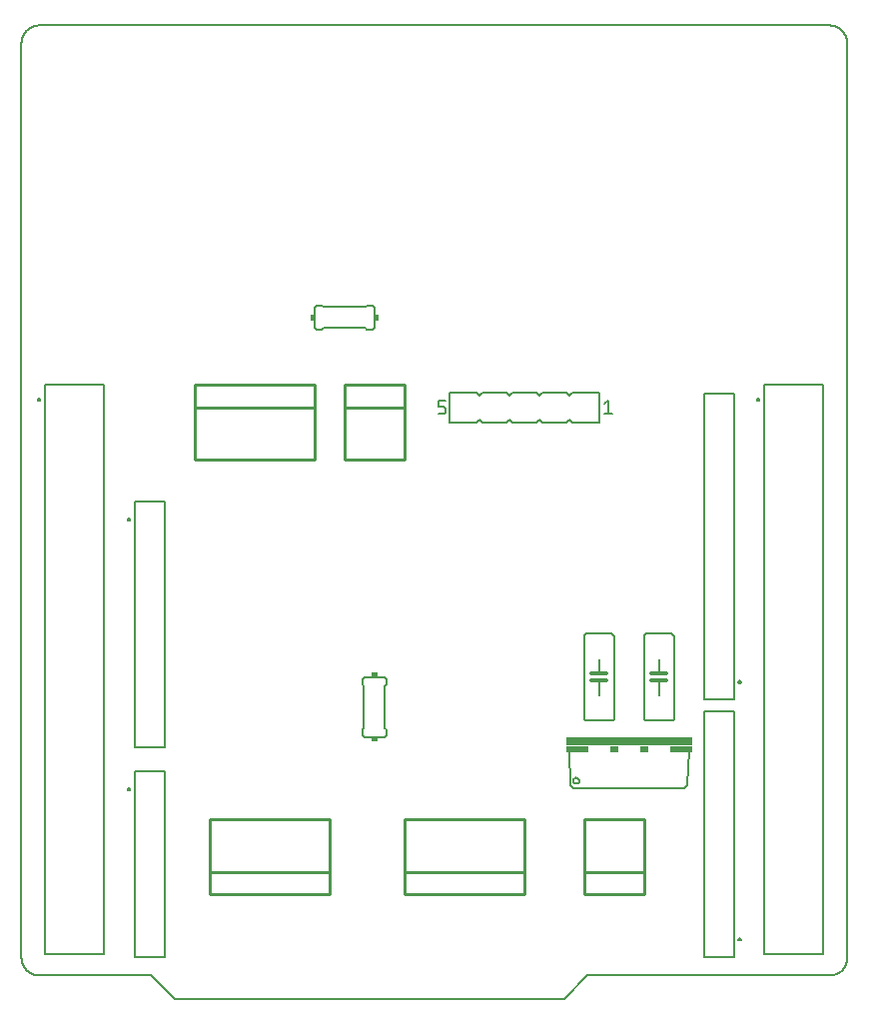
<source format=gto>
G75*
%MOIN*%
%OFA0B0*%
%FSLAX25Y25*%
%IPPOS*%
%LPD*%
%AMOC8*
5,1,8,0,0,1.08239X$1,22.5*
%
%ADD10C,0.00500*%
%ADD11C,0.00787*%
%ADD12C,0.01000*%
%ADD13C,0.00600*%
%ADD14R,0.42000X0.03000*%
%ADD15R,0.07500X0.02000*%
%ADD16R,0.03000X0.02000*%
%ADD17C,0.01200*%
%ADD18R,0.01500X0.02000*%
%ADD19R,0.02000X0.01500*%
D10*
X0019110Y0016472D02*
X0056512Y0016472D01*
X0064386Y0008598D01*
X0194307Y0008598D01*
X0202181Y0016472D01*
X0282890Y0016472D01*
X0283042Y0016474D01*
X0283194Y0016480D01*
X0283346Y0016490D01*
X0283497Y0016503D01*
X0283648Y0016521D01*
X0283799Y0016542D01*
X0283949Y0016568D01*
X0284098Y0016597D01*
X0284247Y0016630D01*
X0284394Y0016667D01*
X0284541Y0016707D01*
X0284686Y0016752D01*
X0284830Y0016800D01*
X0284973Y0016852D01*
X0285115Y0016907D01*
X0285255Y0016966D01*
X0285394Y0017029D01*
X0285531Y0017095D01*
X0285666Y0017165D01*
X0285799Y0017238D01*
X0285930Y0017315D01*
X0286060Y0017395D01*
X0286187Y0017478D01*
X0286312Y0017564D01*
X0286435Y0017654D01*
X0286555Y0017747D01*
X0286673Y0017843D01*
X0286789Y0017942D01*
X0286902Y0018044D01*
X0287012Y0018148D01*
X0287120Y0018256D01*
X0287224Y0018366D01*
X0287326Y0018479D01*
X0287425Y0018595D01*
X0287521Y0018713D01*
X0287614Y0018833D01*
X0287704Y0018956D01*
X0287790Y0019081D01*
X0287873Y0019208D01*
X0287953Y0019338D01*
X0288030Y0019469D01*
X0288103Y0019602D01*
X0288173Y0019737D01*
X0288239Y0019874D01*
X0288302Y0020013D01*
X0288361Y0020153D01*
X0288416Y0020295D01*
X0288468Y0020438D01*
X0288516Y0020582D01*
X0288561Y0020727D01*
X0288601Y0020874D01*
X0288638Y0021021D01*
X0288671Y0021170D01*
X0288700Y0021319D01*
X0288726Y0021469D01*
X0288747Y0021620D01*
X0288765Y0021771D01*
X0288778Y0021922D01*
X0288788Y0022074D01*
X0288794Y0022226D01*
X0288796Y0022378D01*
X0288795Y0022378D02*
X0288795Y0327496D01*
X0288796Y0327496D02*
X0288794Y0327648D01*
X0288788Y0327800D01*
X0288778Y0327952D01*
X0288765Y0328103D01*
X0288747Y0328254D01*
X0288726Y0328405D01*
X0288700Y0328555D01*
X0288671Y0328704D01*
X0288638Y0328853D01*
X0288601Y0329000D01*
X0288561Y0329147D01*
X0288516Y0329292D01*
X0288468Y0329436D01*
X0288416Y0329579D01*
X0288361Y0329721D01*
X0288302Y0329861D01*
X0288239Y0330000D01*
X0288173Y0330137D01*
X0288103Y0330272D01*
X0288030Y0330405D01*
X0287953Y0330536D01*
X0287873Y0330666D01*
X0287790Y0330793D01*
X0287704Y0330918D01*
X0287614Y0331041D01*
X0287521Y0331161D01*
X0287425Y0331279D01*
X0287326Y0331395D01*
X0287224Y0331508D01*
X0287120Y0331618D01*
X0287012Y0331726D01*
X0286902Y0331830D01*
X0286789Y0331932D01*
X0286673Y0332031D01*
X0286555Y0332127D01*
X0286435Y0332220D01*
X0286312Y0332310D01*
X0286187Y0332396D01*
X0286060Y0332479D01*
X0285930Y0332559D01*
X0285799Y0332636D01*
X0285666Y0332709D01*
X0285531Y0332779D01*
X0285394Y0332845D01*
X0285255Y0332908D01*
X0285115Y0332967D01*
X0284973Y0333022D01*
X0284830Y0333074D01*
X0284686Y0333122D01*
X0284541Y0333167D01*
X0284394Y0333207D01*
X0284247Y0333244D01*
X0284098Y0333277D01*
X0283949Y0333306D01*
X0283799Y0333332D01*
X0283648Y0333353D01*
X0283497Y0333371D01*
X0283346Y0333384D01*
X0283194Y0333394D01*
X0283042Y0333400D01*
X0282890Y0333402D01*
X0019110Y0333402D01*
X0018958Y0333400D01*
X0018806Y0333394D01*
X0018654Y0333384D01*
X0018503Y0333371D01*
X0018352Y0333353D01*
X0018201Y0333332D01*
X0018051Y0333306D01*
X0017902Y0333277D01*
X0017753Y0333244D01*
X0017606Y0333207D01*
X0017459Y0333167D01*
X0017314Y0333122D01*
X0017170Y0333074D01*
X0017027Y0333022D01*
X0016885Y0332967D01*
X0016745Y0332908D01*
X0016606Y0332845D01*
X0016469Y0332779D01*
X0016334Y0332709D01*
X0016201Y0332636D01*
X0016070Y0332559D01*
X0015940Y0332479D01*
X0015813Y0332396D01*
X0015688Y0332310D01*
X0015565Y0332220D01*
X0015445Y0332127D01*
X0015327Y0332031D01*
X0015211Y0331932D01*
X0015098Y0331830D01*
X0014988Y0331726D01*
X0014880Y0331618D01*
X0014776Y0331508D01*
X0014674Y0331395D01*
X0014575Y0331279D01*
X0014479Y0331161D01*
X0014386Y0331041D01*
X0014296Y0330918D01*
X0014210Y0330793D01*
X0014127Y0330666D01*
X0014047Y0330536D01*
X0013970Y0330405D01*
X0013897Y0330272D01*
X0013827Y0330137D01*
X0013761Y0330000D01*
X0013698Y0329861D01*
X0013639Y0329721D01*
X0013584Y0329579D01*
X0013532Y0329436D01*
X0013484Y0329292D01*
X0013439Y0329147D01*
X0013399Y0329000D01*
X0013362Y0328853D01*
X0013329Y0328704D01*
X0013300Y0328555D01*
X0013274Y0328405D01*
X0013253Y0328254D01*
X0013235Y0328103D01*
X0013222Y0327952D01*
X0013212Y0327800D01*
X0013206Y0327648D01*
X0013204Y0327496D01*
X0013205Y0327496D02*
X0013205Y0022378D01*
X0013204Y0022378D02*
X0013206Y0022226D01*
X0013212Y0022074D01*
X0013222Y0021922D01*
X0013235Y0021771D01*
X0013253Y0021620D01*
X0013274Y0021469D01*
X0013300Y0021319D01*
X0013329Y0021170D01*
X0013362Y0021021D01*
X0013399Y0020874D01*
X0013439Y0020727D01*
X0013484Y0020582D01*
X0013532Y0020438D01*
X0013584Y0020295D01*
X0013639Y0020153D01*
X0013698Y0020013D01*
X0013761Y0019874D01*
X0013827Y0019737D01*
X0013897Y0019602D01*
X0013970Y0019469D01*
X0014047Y0019338D01*
X0014127Y0019208D01*
X0014210Y0019081D01*
X0014296Y0018956D01*
X0014386Y0018833D01*
X0014479Y0018713D01*
X0014575Y0018595D01*
X0014674Y0018479D01*
X0014776Y0018366D01*
X0014880Y0018256D01*
X0014988Y0018148D01*
X0015098Y0018044D01*
X0015211Y0017942D01*
X0015327Y0017843D01*
X0015445Y0017747D01*
X0015565Y0017654D01*
X0015688Y0017564D01*
X0015813Y0017478D01*
X0015940Y0017395D01*
X0016070Y0017315D01*
X0016201Y0017238D01*
X0016334Y0017165D01*
X0016469Y0017095D01*
X0016606Y0017029D01*
X0016745Y0016966D01*
X0016885Y0016907D01*
X0017027Y0016852D01*
X0017170Y0016800D01*
X0017314Y0016752D01*
X0017459Y0016707D01*
X0017606Y0016667D01*
X0017753Y0016630D01*
X0017902Y0016597D01*
X0018051Y0016568D01*
X0018201Y0016542D01*
X0018352Y0016521D01*
X0018503Y0016503D01*
X0018654Y0016490D01*
X0018806Y0016480D01*
X0018958Y0016474D01*
X0019110Y0016472D01*
X0021157Y0023441D02*
X0040843Y0023441D01*
X0040843Y0213441D01*
X0021157Y0213441D01*
X0021157Y0023441D01*
X0051079Y0022457D02*
X0060921Y0022457D01*
X0060921Y0084425D01*
X0051079Y0084425D01*
X0051079Y0022457D01*
X0051079Y0092457D02*
X0060921Y0092457D01*
X0060921Y0174425D01*
X0051079Y0174425D01*
X0051079Y0092457D01*
X0152250Y0203750D02*
X0153750Y0203750D01*
X0153810Y0203752D01*
X0153871Y0203757D01*
X0153930Y0203766D01*
X0153989Y0203779D01*
X0154048Y0203795D01*
X0154105Y0203815D01*
X0154160Y0203838D01*
X0154215Y0203865D01*
X0154267Y0203894D01*
X0154318Y0203927D01*
X0154367Y0203963D01*
X0154413Y0204001D01*
X0154457Y0204043D01*
X0154499Y0204087D01*
X0154537Y0204133D01*
X0154573Y0204182D01*
X0154606Y0204233D01*
X0154635Y0204285D01*
X0154662Y0204340D01*
X0154685Y0204395D01*
X0154705Y0204452D01*
X0154721Y0204511D01*
X0154734Y0204570D01*
X0154743Y0204629D01*
X0154748Y0204690D01*
X0154750Y0204750D01*
X0154750Y0205250D01*
X0154748Y0205310D01*
X0154743Y0205371D01*
X0154734Y0205430D01*
X0154721Y0205489D01*
X0154705Y0205548D01*
X0154685Y0205605D01*
X0154662Y0205660D01*
X0154635Y0205715D01*
X0154606Y0205767D01*
X0154573Y0205818D01*
X0154537Y0205867D01*
X0154499Y0205913D01*
X0154457Y0205957D01*
X0154413Y0205999D01*
X0154367Y0206037D01*
X0154318Y0206073D01*
X0154267Y0206106D01*
X0154215Y0206135D01*
X0154160Y0206162D01*
X0154105Y0206185D01*
X0154048Y0206205D01*
X0153989Y0206221D01*
X0153930Y0206234D01*
X0153871Y0206243D01*
X0153810Y0206248D01*
X0153750Y0206250D01*
X0152250Y0206250D01*
X0152250Y0208250D01*
X0154750Y0208250D01*
X0207750Y0207250D02*
X0209000Y0208250D01*
X0209000Y0203750D01*
X0207750Y0203750D02*
X0210250Y0203750D01*
X0241079Y0210409D02*
X0241079Y0108441D01*
X0250921Y0108441D01*
X0250921Y0210409D01*
X0241079Y0210409D01*
X0261157Y0213441D02*
X0280843Y0213441D01*
X0280843Y0023441D01*
X0261157Y0023441D01*
X0261157Y0213441D01*
X0250921Y0104425D02*
X0241079Y0104425D01*
X0241079Y0022457D01*
X0250921Y0022457D01*
X0250921Y0104425D01*
X0236000Y0091500D02*
X0235500Y0080000D01*
X0234500Y0079000D01*
X0197500Y0079000D01*
X0196500Y0080000D01*
X0196000Y0091500D01*
X0197300Y0081400D02*
X0197302Y0081463D01*
X0197308Y0081525D01*
X0197318Y0081587D01*
X0197331Y0081649D01*
X0197349Y0081709D01*
X0197370Y0081768D01*
X0197395Y0081826D01*
X0197424Y0081882D01*
X0197456Y0081936D01*
X0197491Y0081988D01*
X0197529Y0082037D01*
X0197571Y0082085D01*
X0197615Y0082129D01*
X0197663Y0082171D01*
X0197712Y0082209D01*
X0197764Y0082244D01*
X0197818Y0082276D01*
X0197874Y0082305D01*
X0197932Y0082330D01*
X0197991Y0082351D01*
X0198051Y0082369D01*
X0198113Y0082382D01*
X0198175Y0082392D01*
X0198237Y0082398D01*
X0198300Y0082400D01*
X0198363Y0082398D01*
X0198425Y0082392D01*
X0198487Y0082382D01*
X0198549Y0082369D01*
X0198609Y0082351D01*
X0198668Y0082330D01*
X0198726Y0082305D01*
X0198782Y0082276D01*
X0198836Y0082244D01*
X0198888Y0082209D01*
X0198937Y0082171D01*
X0198985Y0082129D01*
X0199029Y0082085D01*
X0199071Y0082037D01*
X0199109Y0081988D01*
X0199144Y0081936D01*
X0199176Y0081882D01*
X0199205Y0081826D01*
X0199230Y0081768D01*
X0199251Y0081709D01*
X0199269Y0081649D01*
X0199282Y0081587D01*
X0199292Y0081525D01*
X0199298Y0081463D01*
X0199300Y0081400D01*
X0199298Y0081337D01*
X0199292Y0081275D01*
X0199282Y0081213D01*
X0199269Y0081151D01*
X0199251Y0081091D01*
X0199230Y0081032D01*
X0199205Y0080974D01*
X0199176Y0080918D01*
X0199144Y0080864D01*
X0199109Y0080812D01*
X0199071Y0080763D01*
X0199029Y0080715D01*
X0198985Y0080671D01*
X0198937Y0080629D01*
X0198888Y0080591D01*
X0198836Y0080556D01*
X0198782Y0080524D01*
X0198726Y0080495D01*
X0198668Y0080470D01*
X0198609Y0080449D01*
X0198549Y0080431D01*
X0198487Y0080418D01*
X0198425Y0080408D01*
X0198363Y0080402D01*
X0198300Y0080400D01*
X0198237Y0080402D01*
X0198175Y0080408D01*
X0198113Y0080418D01*
X0198051Y0080431D01*
X0197991Y0080449D01*
X0197932Y0080470D01*
X0197874Y0080495D01*
X0197818Y0080524D01*
X0197764Y0080556D01*
X0197712Y0080591D01*
X0197663Y0080629D01*
X0197615Y0080671D01*
X0197571Y0080715D01*
X0197529Y0080763D01*
X0197491Y0080812D01*
X0197456Y0080864D01*
X0197424Y0080918D01*
X0197395Y0080974D01*
X0197370Y0081032D01*
X0197349Y0081091D01*
X0197331Y0081151D01*
X0197318Y0081213D01*
X0197308Y0081275D01*
X0197302Y0081337D01*
X0197300Y0081400D01*
D11*
X0252496Y0114425D02*
X0252498Y0114464D01*
X0252504Y0114503D01*
X0252514Y0114541D01*
X0252527Y0114578D01*
X0252544Y0114613D01*
X0252564Y0114647D01*
X0252588Y0114678D01*
X0252615Y0114707D01*
X0252644Y0114733D01*
X0252676Y0114756D01*
X0252710Y0114776D01*
X0252746Y0114792D01*
X0252783Y0114804D01*
X0252822Y0114813D01*
X0252861Y0114818D01*
X0252900Y0114819D01*
X0252939Y0114816D01*
X0252978Y0114809D01*
X0253015Y0114798D01*
X0253052Y0114784D01*
X0253087Y0114766D01*
X0253120Y0114745D01*
X0253151Y0114720D01*
X0253179Y0114693D01*
X0253204Y0114663D01*
X0253226Y0114630D01*
X0253245Y0114596D01*
X0253260Y0114560D01*
X0253272Y0114522D01*
X0253280Y0114484D01*
X0253284Y0114445D01*
X0253284Y0114405D01*
X0253280Y0114366D01*
X0253272Y0114328D01*
X0253260Y0114290D01*
X0253245Y0114254D01*
X0253226Y0114220D01*
X0253204Y0114187D01*
X0253179Y0114157D01*
X0253151Y0114130D01*
X0253120Y0114105D01*
X0253087Y0114084D01*
X0253052Y0114066D01*
X0253015Y0114052D01*
X0252978Y0114041D01*
X0252939Y0114034D01*
X0252900Y0114031D01*
X0252861Y0114032D01*
X0252822Y0114037D01*
X0252783Y0114046D01*
X0252746Y0114058D01*
X0252710Y0114074D01*
X0252676Y0114094D01*
X0252644Y0114117D01*
X0252615Y0114143D01*
X0252588Y0114172D01*
X0252564Y0114203D01*
X0252544Y0114237D01*
X0252527Y0114272D01*
X0252514Y0114309D01*
X0252504Y0114347D01*
X0252498Y0114386D01*
X0252496Y0114425D01*
X0252496Y0028441D02*
X0252498Y0028480D01*
X0252504Y0028519D01*
X0252514Y0028557D01*
X0252527Y0028594D01*
X0252544Y0028629D01*
X0252564Y0028663D01*
X0252588Y0028694D01*
X0252615Y0028723D01*
X0252644Y0028749D01*
X0252676Y0028772D01*
X0252710Y0028792D01*
X0252746Y0028808D01*
X0252783Y0028820D01*
X0252822Y0028829D01*
X0252861Y0028834D01*
X0252900Y0028835D01*
X0252939Y0028832D01*
X0252978Y0028825D01*
X0253015Y0028814D01*
X0253052Y0028800D01*
X0253087Y0028782D01*
X0253120Y0028761D01*
X0253151Y0028736D01*
X0253179Y0028709D01*
X0253204Y0028679D01*
X0253226Y0028646D01*
X0253245Y0028612D01*
X0253260Y0028576D01*
X0253272Y0028538D01*
X0253280Y0028500D01*
X0253284Y0028461D01*
X0253284Y0028421D01*
X0253280Y0028382D01*
X0253272Y0028344D01*
X0253260Y0028306D01*
X0253245Y0028270D01*
X0253226Y0028236D01*
X0253204Y0028203D01*
X0253179Y0028173D01*
X0253151Y0028146D01*
X0253120Y0028121D01*
X0253087Y0028100D01*
X0253052Y0028082D01*
X0253015Y0028068D01*
X0252978Y0028057D01*
X0252939Y0028050D01*
X0252900Y0028047D01*
X0252861Y0028048D01*
X0252822Y0028053D01*
X0252783Y0028062D01*
X0252746Y0028074D01*
X0252710Y0028090D01*
X0252676Y0028110D01*
X0252644Y0028133D01*
X0252615Y0028159D01*
X0252588Y0028188D01*
X0252564Y0028219D01*
X0252544Y0028253D01*
X0252527Y0028288D01*
X0252514Y0028325D01*
X0252504Y0028363D01*
X0252498Y0028402D01*
X0252496Y0028441D01*
X0258716Y0208441D02*
X0258718Y0208480D01*
X0258724Y0208519D01*
X0258734Y0208557D01*
X0258747Y0208594D01*
X0258764Y0208629D01*
X0258784Y0208663D01*
X0258808Y0208694D01*
X0258835Y0208723D01*
X0258864Y0208749D01*
X0258896Y0208772D01*
X0258930Y0208792D01*
X0258966Y0208808D01*
X0259003Y0208820D01*
X0259042Y0208829D01*
X0259081Y0208834D01*
X0259120Y0208835D01*
X0259159Y0208832D01*
X0259198Y0208825D01*
X0259235Y0208814D01*
X0259272Y0208800D01*
X0259307Y0208782D01*
X0259340Y0208761D01*
X0259371Y0208736D01*
X0259399Y0208709D01*
X0259424Y0208679D01*
X0259446Y0208646D01*
X0259465Y0208612D01*
X0259480Y0208576D01*
X0259492Y0208538D01*
X0259500Y0208500D01*
X0259504Y0208461D01*
X0259504Y0208421D01*
X0259500Y0208382D01*
X0259492Y0208344D01*
X0259480Y0208306D01*
X0259465Y0208270D01*
X0259446Y0208236D01*
X0259424Y0208203D01*
X0259399Y0208173D01*
X0259371Y0208146D01*
X0259340Y0208121D01*
X0259307Y0208100D01*
X0259272Y0208082D01*
X0259235Y0208068D01*
X0259198Y0208057D01*
X0259159Y0208050D01*
X0259120Y0208047D01*
X0259081Y0208048D01*
X0259042Y0208053D01*
X0259003Y0208062D01*
X0258966Y0208074D01*
X0258930Y0208090D01*
X0258896Y0208110D01*
X0258864Y0208133D01*
X0258835Y0208159D01*
X0258808Y0208188D01*
X0258784Y0208219D01*
X0258764Y0208253D01*
X0258747Y0208288D01*
X0258734Y0208325D01*
X0258724Y0208363D01*
X0258718Y0208402D01*
X0258716Y0208441D01*
X0048716Y0168441D02*
X0048718Y0168480D01*
X0048724Y0168519D01*
X0048734Y0168557D01*
X0048747Y0168594D01*
X0048764Y0168629D01*
X0048784Y0168663D01*
X0048808Y0168694D01*
X0048835Y0168723D01*
X0048864Y0168749D01*
X0048896Y0168772D01*
X0048930Y0168792D01*
X0048966Y0168808D01*
X0049003Y0168820D01*
X0049042Y0168829D01*
X0049081Y0168834D01*
X0049120Y0168835D01*
X0049159Y0168832D01*
X0049198Y0168825D01*
X0049235Y0168814D01*
X0049272Y0168800D01*
X0049307Y0168782D01*
X0049340Y0168761D01*
X0049371Y0168736D01*
X0049399Y0168709D01*
X0049424Y0168679D01*
X0049446Y0168646D01*
X0049465Y0168612D01*
X0049480Y0168576D01*
X0049492Y0168538D01*
X0049500Y0168500D01*
X0049504Y0168461D01*
X0049504Y0168421D01*
X0049500Y0168382D01*
X0049492Y0168344D01*
X0049480Y0168306D01*
X0049465Y0168270D01*
X0049446Y0168236D01*
X0049424Y0168203D01*
X0049399Y0168173D01*
X0049371Y0168146D01*
X0049340Y0168121D01*
X0049307Y0168100D01*
X0049272Y0168082D01*
X0049235Y0168068D01*
X0049198Y0168057D01*
X0049159Y0168050D01*
X0049120Y0168047D01*
X0049081Y0168048D01*
X0049042Y0168053D01*
X0049003Y0168062D01*
X0048966Y0168074D01*
X0048930Y0168090D01*
X0048896Y0168110D01*
X0048864Y0168133D01*
X0048835Y0168159D01*
X0048808Y0168188D01*
X0048784Y0168219D01*
X0048764Y0168253D01*
X0048747Y0168288D01*
X0048734Y0168325D01*
X0048724Y0168363D01*
X0048718Y0168402D01*
X0048716Y0168441D01*
X0018716Y0208441D02*
X0018718Y0208480D01*
X0018724Y0208519D01*
X0018734Y0208557D01*
X0018747Y0208594D01*
X0018764Y0208629D01*
X0018784Y0208663D01*
X0018808Y0208694D01*
X0018835Y0208723D01*
X0018864Y0208749D01*
X0018896Y0208772D01*
X0018930Y0208792D01*
X0018966Y0208808D01*
X0019003Y0208820D01*
X0019042Y0208829D01*
X0019081Y0208834D01*
X0019120Y0208835D01*
X0019159Y0208832D01*
X0019198Y0208825D01*
X0019235Y0208814D01*
X0019272Y0208800D01*
X0019307Y0208782D01*
X0019340Y0208761D01*
X0019371Y0208736D01*
X0019399Y0208709D01*
X0019424Y0208679D01*
X0019446Y0208646D01*
X0019465Y0208612D01*
X0019480Y0208576D01*
X0019492Y0208538D01*
X0019500Y0208500D01*
X0019504Y0208461D01*
X0019504Y0208421D01*
X0019500Y0208382D01*
X0019492Y0208344D01*
X0019480Y0208306D01*
X0019465Y0208270D01*
X0019446Y0208236D01*
X0019424Y0208203D01*
X0019399Y0208173D01*
X0019371Y0208146D01*
X0019340Y0208121D01*
X0019307Y0208100D01*
X0019272Y0208082D01*
X0019235Y0208068D01*
X0019198Y0208057D01*
X0019159Y0208050D01*
X0019120Y0208047D01*
X0019081Y0208048D01*
X0019042Y0208053D01*
X0019003Y0208062D01*
X0018966Y0208074D01*
X0018930Y0208090D01*
X0018896Y0208110D01*
X0018864Y0208133D01*
X0018835Y0208159D01*
X0018808Y0208188D01*
X0018784Y0208219D01*
X0018764Y0208253D01*
X0018747Y0208288D01*
X0018734Y0208325D01*
X0018724Y0208363D01*
X0018718Y0208402D01*
X0018716Y0208441D01*
X0048716Y0078441D02*
X0048718Y0078480D01*
X0048724Y0078519D01*
X0048734Y0078557D01*
X0048747Y0078594D01*
X0048764Y0078629D01*
X0048784Y0078663D01*
X0048808Y0078694D01*
X0048835Y0078723D01*
X0048864Y0078749D01*
X0048896Y0078772D01*
X0048930Y0078792D01*
X0048966Y0078808D01*
X0049003Y0078820D01*
X0049042Y0078829D01*
X0049081Y0078834D01*
X0049120Y0078835D01*
X0049159Y0078832D01*
X0049198Y0078825D01*
X0049235Y0078814D01*
X0049272Y0078800D01*
X0049307Y0078782D01*
X0049340Y0078761D01*
X0049371Y0078736D01*
X0049399Y0078709D01*
X0049424Y0078679D01*
X0049446Y0078646D01*
X0049465Y0078612D01*
X0049480Y0078576D01*
X0049492Y0078538D01*
X0049500Y0078500D01*
X0049504Y0078461D01*
X0049504Y0078421D01*
X0049500Y0078382D01*
X0049492Y0078344D01*
X0049480Y0078306D01*
X0049465Y0078270D01*
X0049446Y0078236D01*
X0049424Y0078203D01*
X0049399Y0078173D01*
X0049371Y0078146D01*
X0049340Y0078121D01*
X0049307Y0078100D01*
X0049272Y0078082D01*
X0049235Y0078068D01*
X0049198Y0078057D01*
X0049159Y0078050D01*
X0049120Y0078047D01*
X0049081Y0078048D01*
X0049042Y0078053D01*
X0049003Y0078062D01*
X0048966Y0078074D01*
X0048930Y0078090D01*
X0048896Y0078110D01*
X0048864Y0078133D01*
X0048835Y0078159D01*
X0048808Y0078188D01*
X0048784Y0078219D01*
X0048764Y0078253D01*
X0048747Y0078288D01*
X0048734Y0078325D01*
X0048724Y0078363D01*
X0048718Y0078402D01*
X0048716Y0078441D01*
D12*
X0076000Y0068500D02*
X0116000Y0068500D01*
X0116000Y0051000D01*
X0076000Y0051000D01*
X0076000Y0068500D01*
X0076000Y0051000D02*
X0076000Y0043500D01*
X0116000Y0043500D01*
X0116000Y0051000D01*
X0141000Y0051000D02*
X0141000Y0043500D01*
X0181000Y0043500D01*
X0181000Y0051000D01*
X0141000Y0051000D01*
X0141000Y0068500D01*
X0181000Y0068500D01*
X0181000Y0051000D01*
X0201000Y0051000D02*
X0201000Y0068500D01*
X0221000Y0068500D01*
X0221000Y0051000D01*
X0201000Y0051000D01*
X0201000Y0043500D01*
X0221000Y0043500D01*
X0221000Y0051000D01*
X0141000Y0188500D02*
X0121000Y0188500D01*
X0121000Y0206000D01*
X0141000Y0206000D01*
X0141000Y0188500D01*
X0141000Y0206000D02*
X0141000Y0213500D01*
X0121000Y0213500D01*
X0121000Y0206000D01*
X0111000Y0206000D02*
X0071000Y0206000D01*
X0071000Y0213500D01*
X0111000Y0213500D01*
X0111000Y0206000D01*
X0111000Y0188500D01*
X0071000Y0188500D01*
X0071000Y0206000D01*
D13*
X0111000Y0233000D02*
X0111000Y0239000D01*
X0111002Y0239060D01*
X0111007Y0239121D01*
X0111016Y0239180D01*
X0111029Y0239239D01*
X0111045Y0239298D01*
X0111065Y0239355D01*
X0111088Y0239410D01*
X0111115Y0239465D01*
X0111144Y0239517D01*
X0111177Y0239568D01*
X0111213Y0239617D01*
X0111251Y0239663D01*
X0111293Y0239707D01*
X0111337Y0239749D01*
X0111383Y0239787D01*
X0111432Y0239823D01*
X0111483Y0239856D01*
X0111535Y0239885D01*
X0111590Y0239912D01*
X0111645Y0239935D01*
X0111702Y0239955D01*
X0111761Y0239971D01*
X0111820Y0239984D01*
X0111879Y0239993D01*
X0111940Y0239998D01*
X0112000Y0240000D01*
X0113500Y0240000D01*
X0114000Y0239500D01*
X0128000Y0239500D01*
X0128500Y0240000D01*
X0130000Y0240000D01*
X0130060Y0239998D01*
X0130121Y0239993D01*
X0130180Y0239984D01*
X0130239Y0239971D01*
X0130298Y0239955D01*
X0130355Y0239935D01*
X0130410Y0239912D01*
X0130465Y0239885D01*
X0130517Y0239856D01*
X0130568Y0239823D01*
X0130617Y0239787D01*
X0130663Y0239749D01*
X0130707Y0239707D01*
X0130749Y0239663D01*
X0130787Y0239617D01*
X0130823Y0239568D01*
X0130856Y0239517D01*
X0130885Y0239465D01*
X0130912Y0239410D01*
X0130935Y0239355D01*
X0130955Y0239298D01*
X0130971Y0239239D01*
X0130984Y0239180D01*
X0130993Y0239121D01*
X0130998Y0239060D01*
X0131000Y0239000D01*
X0131000Y0233000D01*
X0130998Y0232940D01*
X0130993Y0232879D01*
X0130984Y0232820D01*
X0130971Y0232761D01*
X0130955Y0232702D01*
X0130935Y0232645D01*
X0130912Y0232590D01*
X0130885Y0232535D01*
X0130856Y0232483D01*
X0130823Y0232432D01*
X0130787Y0232383D01*
X0130749Y0232337D01*
X0130707Y0232293D01*
X0130663Y0232251D01*
X0130617Y0232213D01*
X0130568Y0232177D01*
X0130517Y0232144D01*
X0130465Y0232115D01*
X0130410Y0232088D01*
X0130355Y0232065D01*
X0130298Y0232045D01*
X0130239Y0232029D01*
X0130180Y0232016D01*
X0130121Y0232007D01*
X0130060Y0232002D01*
X0130000Y0232000D01*
X0128500Y0232000D01*
X0128000Y0232500D01*
X0114000Y0232500D01*
X0113500Y0232000D01*
X0112000Y0232000D01*
X0111940Y0232002D01*
X0111879Y0232007D01*
X0111820Y0232016D01*
X0111761Y0232029D01*
X0111702Y0232045D01*
X0111645Y0232065D01*
X0111590Y0232088D01*
X0111535Y0232115D01*
X0111483Y0232144D01*
X0111432Y0232177D01*
X0111383Y0232213D01*
X0111337Y0232251D01*
X0111293Y0232293D01*
X0111251Y0232337D01*
X0111213Y0232383D01*
X0111177Y0232432D01*
X0111144Y0232483D01*
X0111115Y0232535D01*
X0111088Y0232590D01*
X0111065Y0232645D01*
X0111045Y0232702D01*
X0111029Y0232761D01*
X0111016Y0232820D01*
X0111007Y0232879D01*
X0111002Y0232940D01*
X0111000Y0233000D01*
X0156000Y0211000D02*
X0156000Y0201000D01*
X0165000Y0201000D01*
X0166000Y0202000D01*
X0167000Y0201000D01*
X0175000Y0201000D01*
X0176000Y0202000D01*
X0177000Y0201000D01*
X0185000Y0201000D01*
X0186000Y0202000D01*
X0187000Y0201000D01*
X0195000Y0201000D01*
X0196000Y0202000D01*
X0197000Y0201000D01*
X0206000Y0201000D01*
X0206000Y0211000D01*
X0197000Y0211000D01*
X0196000Y0210000D01*
X0195000Y0211000D01*
X0187000Y0211000D01*
X0186000Y0210000D01*
X0185000Y0211000D01*
X0177000Y0211000D01*
X0176000Y0210000D01*
X0175000Y0211000D01*
X0167000Y0211000D01*
X0166000Y0210000D01*
X0165000Y0211000D01*
X0156000Y0211000D01*
X0202000Y0130500D02*
X0210000Y0130500D01*
X0210060Y0130498D01*
X0210121Y0130493D01*
X0210180Y0130484D01*
X0210239Y0130471D01*
X0210298Y0130455D01*
X0210355Y0130435D01*
X0210410Y0130412D01*
X0210465Y0130385D01*
X0210517Y0130356D01*
X0210568Y0130323D01*
X0210617Y0130287D01*
X0210663Y0130249D01*
X0210707Y0130207D01*
X0210749Y0130163D01*
X0210787Y0130117D01*
X0210823Y0130068D01*
X0210856Y0130017D01*
X0210885Y0129965D01*
X0210912Y0129910D01*
X0210935Y0129855D01*
X0210955Y0129798D01*
X0210971Y0129739D01*
X0210984Y0129680D01*
X0210993Y0129621D01*
X0210998Y0129560D01*
X0211000Y0129500D01*
X0211000Y0102500D01*
X0210998Y0102440D01*
X0210993Y0102379D01*
X0210984Y0102320D01*
X0210971Y0102261D01*
X0210955Y0102202D01*
X0210935Y0102145D01*
X0210912Y0102090D01*
X0210885Y0102035D01*
X0210856Y0101983D01*
X0210823Y0101932D01*
X0210787Y0101883D01*
X0210749Y0101837D01*
X0210707Y0101793D01*
X0210663Y0101751D01*
X0210617Y0101713D01*
X0210568Y0101677D01*
X0210517Y0101644D01*
X0210465Y0101615D01*
X0210410Y0101588D01*
X0210355Y0101565D01*
X0210298Y0101545D01*
X0210239Y0101529D01*
X0210180Y0101516D01*
X0210121Y0101507D01*
X0210060Y0101502D01*
X0210000Y0101500D01*
X0202000Y0101500D01*
X0201940Y0101502D01*
X0201879Y0101507D01*
X0201820Y0101516D01*
X0201761Y0101529D01*
X0201702Y0101545D01*
X0201645Y0101565D01*
X0201590Y0101588D01*
X0201535Y0101615D01*
X0201483Y0101644D01*
X0201432Y0101677D01*
X0201383Y0101713D01*
X0201337Y0101751D01*
X0201293Y0101793D01*
X0201251Y0101837D01*
X0201213Y0101883D01*
X0201177Y0101932D01*
X0201144Y0101983D01*
X0201115Y0102035D01*
X0201088Y0102090D01*
X0201065Y0102145D01*
X0201045Y0102202D01*
X0201029Y0102261D01*
X0201016Y0102320D01*
X0201007Y0102379D01*
X0201002Y0102440D01*
X0201000Y0102500D01*
X0201000Y0129500D01*
X0201002Y0129560D01*
X0201007Y0129621D01*
X0201016Y0129680D01*
X0201029Y0129739D01*
X0201045Y0129798D01*
X0201065Y0129855D01*
X0201088Y0129910D01*
X0201115Y0129965D01*
X0201144Y0130017D01*
X0201177Y0130068D01*
X0201213Y0130117D01*
X0201251Y0130163D01*
X0201293Y0130207D01*
X0201337Y0130249D01*
X0201383Y0130287D01*
X0201432Y0130323D01*
X0201483Y0130356D01*
X0201535Y0130385D01*
X0201590Y0130412D01*
X0201645Y0130435D01*
X0201702Y0130455D01*
X0201761Y0130471D01*
X0201820Y0130484D01*
X0201879Y0130493D01*
X0201940Y0130498D01*
X0202000Y0130500D01*
X0206000Y0122000D02*
X0206000Y0117300D01*
X0206000Y0114800D02*
X0206000Y0110000D01*
X0221000Y0102500D02*
X0221000Y0129500D01*
X0221002Y0129560D01*
X0221007Y0129621D01*
X0221016Y0129680D01*
X0221029Y0129739D01*
X0221045Y0129798D01*
X0221065Y0129855D01*
X0221088Y0129910D01*
X0221115Y0129965D01*
X0221144Y0130017D01*
X0221177Y0130068D01*
X0221213Y0130117D01*
X0221251Y0130163D01*
X0221293Y0130207D01*
X0221337Y0130249D01*
X0221383Y0130287D01*
X0221432Y0130323D01*
X0221483Y0130356D01*
X0221535Y0130385D01*
X0221590Y0130412D01*
X0221645Y0130435D01*
X0221702Y0130455D01*
X0221761Y0130471D01*
X0221820Y0130484D01*
X0221879Y0130493D01*
X0221940Y0130498D01*
X0222000Y0130500D01*
X0230000Y0130500D01*
X0230060Y0130498D01*
X0230121Y0130493D01*
X0230180Y0130484D01*
X0230239Y0130471D01*
X0230298Y0130455D01*
X0230355Y0130435D01*
X0230410Y0130412D01*
X0230465Y0130385D01*
X0230517Y0130356D01*
X0230568Y0130323D01*
X0230617Y0130287D01*
X0230663Y0130249D01*
X0230707Y0130207D01*
X0230749Y0130163D01*
X0230787Y0130117D01*
X0230823Y0130068D01*
X0230856Y0130017D01*
X0230885Y0129965D01*
X0230912Y0129910D01*
X0230935Y0129855D01*
X0230955Y0129798D01*
X0230971Y0129739D01*
X0230984Y0129680D01*
X0230993Y0129621D01*
X0230998Y0129560D01*
X0231000Y0129500D01*
X0231000Y0102500D01*
X0230998Y0102440D01*
X0230993Y0102379D01*
X0230984Y0102320D01*
X0230971Y0102261D01*
X0230955Y0102202D01*
X0230935Y0102145D01*
X0230912Y0102090D01*
X0230885Y0102035D01*
X0230856Y0101983D01*
X0230823Y0101932D01*
X0230787Y0101883D01*
X0230749Y0101837D01*
X0230707Y0101793D01*
X0230663Y0101751D01*
X0230617Y0101713D01*
X0230568Y0101677D01*
X0230517Y0101644D01*
X0230465Y0101615D01*
X0230410Y0101588D01*
X0230355Y0101565D01*
X0230298Y0101545D01*
X0230239Y0101529D01*
X0230180Y0101516D01*
X0230121Y0101507D01*
X0230060Y0101502D01*
X0230000Y0101500D01*
X0222000Y0101500D01*
X0221940Y0101502D01*
X0221879Y0101507D01*
X0221820Y0101516D01*
X0221761Y0101529D01*
X0221702Y0101545D01*
X0221645Y0101565D01*
X0221590Y0101588D01*
X0221535Y0101615D01*
X0221483Y0101644D01*
X0221432Y0101677D01*
X0221383Y0101713D01*
X0221337Y0101751D01*
X0221293Y0101793D01*
X0221251Y0101837D01*
X0221213Y0101883D01*
X0221177Y0101932D01*
X0221144Y0101983D01*
X0221115Y0102035D01*
X0221088Y0102090D01*
X0221065Y0102145D01*
X0221045Y0102202D01*
X0221029Y0102261D01*
X0221016Y0102320D01*
X0221007Y0102379D01*
X0221002Y0102440D01*
X0221000Y0102500D01*
X0226000Y0110000D02*
X0226000Y0114800D01*
X0226000Y0117300D02*
X0226000Y0122000D01*
X0135000Y0115000D02*
X0135000Y0113500D01*
X0134500Y0113000D01*
X0134500Y0099000D01*
X0135000Y0098500D01*
X0135000Y0097000D01*
X0134998Y0096940D01*
X0134993Y0096879D01*
X0134984Y0096820D01*
X0134971Y0096761D01*
X0134955Y0096702D01*
X0134935Y0096645D01*
X0134912Y0096590D01*
X0134885Y0096535D01*
X0134856Y0096483D01*
X0134823Y0096432D01*
X0134787Y0096383D01*
X0134749Y0096337D01*
X0134707Y0096293D01*
X0134663Y0096251D01*
X0134617Y0096213D01*
X0134568Y0096177D01*
X0134517Y0096144D01*
X0134465Y0096115D01*
X0134410Y0096088D01*
X0134355Y0096065D01*
X0134298Y0096045D01*
X0134239Y0096029D01*
X0134180Y0096016D01*
X0134121Y0096007D01*
X0134060Y0096002D01*
X0134000Y0096000D01*
X0128000Y0096000D01*
X0127940Y0096002D01*
X0127879Y0096007D01*
X0127820Y0096016D01*
X0127761Y0096029D01*
X0127702Y0096045D01*
X0127645Y0096065D01*
X0127590Y0096088D01*
X0127535Y0096115D01*
X0127483Y0096144D01*
X0127432Y0096177D01*
X0127383Y0096213D01*
X0127337Y0096251D01*
X0127293Y0096293D01*
X0127251Y0096337D01*
X0127213Y0096383D01*
X0127177Y0096432D01*
X0127144Y0096483D01*
X0127115Y0096535D01*
X0127088Y0096590D01*
X0127065Y0096645D01*
X0127045Y0096702D01*
X0127029Y0096761D01*
X0127016Y0096820D01*
X0127007Y0096879D01*
X0127002Y0096940D01*
X0127000Y0097000D01*
X0127000Y0098500D01*
X0127500Y0099000D01*
X0127500Y0113000D01*
X0127000Y0113500D01*
X0127000Y0115000D01*
X0127002Y0115060D01*
X0127007Y0115121D01*
X0127016Y0115180D01*
X0127029Y0115239D01*
X0127045Y0115298D01*
X0127065Y0115355D01*
X0127088Y0115410D01*
X0127115Y0115465D01*
X0127144Y0115517D01*
X0127177Y0115568D01*
X0127213Y0115617D01*
X0127251Y0115663D01*
X0127293Y0115707D01*
X0127337Y0115749D01*
X0127383Y0115787D01*
X0127432Y0115823D01*
X0127483Y0115856D01*
X0127535Y0115885D01*
X0127590Y0115912D01*
X0127645Y0115935D01*
X0127702Y0115955D01*
X0127761Y0115971D01*
X0127820Y0115984D01*
X0127879Y0115993D01*
X0127940Y0115998D01*
X0128000Y0116000D01*
X0134000Y0116000D01*
X0134060Y0115998D01*
X0134121Y0115993D01*
X0134180Y0115984D01*
X0134239Y0115971D01*
X0134298Y0115955D01*
X0134355Y0115935D01*
X0134410Y0115912D01*
X0134465Y0115885D01*
X0134517Y0115856D01*
X0134568Y0115823D01*
X0134617Y0115787D01*
X0134663Y0115749D01*
X0134707Y0115707D01*
X0134749Y0115663D01*
X0134787Y0115617D01*
X0134823Y0115568D01*
X0134856Y0115517D01*
X0134885Y0115465D01*
X0134912Y0115410D01*
X0134935Y0115355D01*
X0134955Y0115298D01*
X0134971Y0115239D01*
X0134984Y0115180D01*
X0134993Y0115121D01*
X0134998Y0115060D01*
X0135000Y0115000D01*
D14*
X0216000Y0094500D03*
D15*
X0233250Y0092000D03*
X0198750Y0092000D03*
D16*
X0211000Y0092000D03*
X0221000Y0092000D03*
D17*
X0223500Y0114800D02*
X0226000Y0114800D01*
X0228500Y0114800D01*
X0228500Y0117300D02*
X0226000Y0117300D01*
X0223500Y0117300D01*
X0208500Y0117300D02*
X0206000Y0117300D01*
X0203500Y0117300D01*
X0203500Y0114800D02*
X0206000Y0114800D01*
X0208500Y0114800D01*
D18*
X0131750Y0236000D03*
X0110250Y0236000D03*
D19*
X0131000Y0116750D03*
X0131000Y0095250D03*
M02*

</source>
